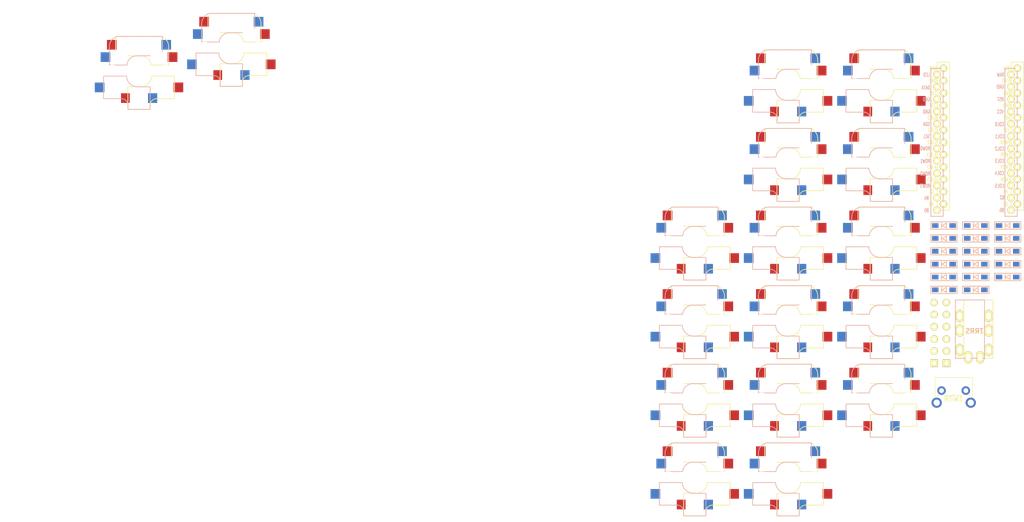
<source format=kicad_pcb>
(kicad_pcb (version 20241229) (generator "pcbnew") (generator_version "9.0")
  (layers (0 "F.Cu" signal) (2 "B.Cu" signal) (13 "F.Paste" user) (15 "B.Paste" user) (5 "F.SilkS" user "F.Silkscreen") (7 "B.SilkS" user "B.Silkscreen") (1 "F.Mask" user) (3 "B.Mask" user) (25 "Edge.Cuts" user))
  (net 0 "")
  (net 1 "Net-(D1-A)")
  (net 2 "row0")
  (net 3 "Net-(D2-A)")
  (net 4 "Net-(D3-A)")
  (net 5 "Net-(D4-A)")
  (net 6 "row1")
  (net 7 "Net-(D5-A)")
  (net 8 "Net-(D6-A)")
  (net 9 "Net-(D7-A)")
  (net 10 "Net-(D8-A)")
  (net 11 "Net-(D9-A)")
  (net 12 "row2")
  (net 13 "Net-(D10-A)")
  (net 14 "Net-(D11-A)")
  (net 15 "Net-(D12-A)")
  (net 16 "Net-(D13-A)")
  (net 17 "Net-(D14-A)")
  (net 18 "row3")
  (net 19 "Net-(D15-A)")
  (net 20 "row3*")
  (net 21 "Net-(D16-A)")
  (net 22 "Net-(D17-A)")
  (net 23 "LED")
  (net 24 "col3")
  (net 25 "col4")
  (net 26 "VCC")
  (net 27 "GND")
  (net 28 "col4*")
  (net 29 "LED*")
  (net 30 "col3*")
  (net 31 "reset")
  (net 32 "col1")
  (net 33 "col2")
  (net 34 "col0")
  (net 37 "data")
  (footprint "0-moko_Library:CherryMX_Choc_Hotswap" (layer "F.Cu") (at 200.25 45.522685)
    (property "Reference" "SW13")
    (property "Value" "SW_Push" (hide yes))
    (pad "" np_thru_hole circle (at -5.5 0 90) (size 1.9 1.9) (drill 1.9) (layers "*.Cu" "*.Mask"))
    (pad "" np_thru_hole circle (at -5.08 0) (size 1.7 1.7) (drill 1.7) (layers "*.Cu" "*.Mask"))
    (pad "" np_thru_hole circle (at -5 3.7 90) (size 3 3) (drill 3) (layers "*.Cu" "*.Mask"))
    (pad "" np_thru_hole circle (at -3.81 -2.54 180) (size 3 3) (drill 3) (layers "*.Cu" "*.Mask"))
    (pad "" np_thru_hole circle (at -2.54 -5.08 180) (size 3 3) (drill 3) (layers "*.Cu" "*.Mask"))
    (pad "" np_thru_hole circle (at 0 0 90) (size 4 4) (drill 4) (layers "*.Cu" "*.Mask"))
    (pad "" np_thru_hole circle (at 0 5.9 90) (size 3 3) (drill 3) (layers "*.Cu" "*.Mask"))
    (pad "" np_thru_hole circle (at 2.54 -5.08 180) (size 3 3) (drill 3) (layers "*.Cu" "*.Mask"))
    (pad "" np_thru_hole circle (at 3.81 -2.54 180) (size 3 3) (drill 3) (layers "*.Cu" "*.Mask"))
    (pad "" np_thru_hole circle (at 5 3.7 270) (size 3 3) (drill 3) (layers "*.Cu" "*.Mask"))
    (pad "" np_thru_hole circle (at 5.08 0) (size 1.7 1.7) (drill 1.7) (layers "*.Cu" "*.Mask"))
    (pad "" np_thru_hole circle (at 5.5 0 90) (size 1.9 1.9) (drill 1.9) (layers "*.Cu" "*.Mask"))
    (pad "1" smd rect (at -8.1 3.7 180) (size 2 2) (layers "B.Cu" "B.Mask" "B.Paste") (net 24 "col3"))
    (pad "1" smd rect (at -6.9 -2.54 180) (size 2 2) (layers "B.Cu" "B.Mask" "B.Paste") (net 24 "col3"))
    (pad "1" smd rect (at -5.6 -5.08 180) (size 2 2) (layers "F.Cu" "F.Mask" "F.Paste") (net 24 "col3"))
    (pad "1" smd rect (at 8.1 3.7 180) (size 2 2) (layers "F.Cu" "F.Mask" "F.Paste") (net 24 "col3"))
    (pad "2" smd rect (at -2.8 5.9 180) (size 1.8 2) (layers "F.Cu" "F.Mask" "F.Paste") (net 16 "Net-(D13-A)"))
    (pad "2" smd rect (at 2.8 5.9 180) (size 1.9 2) (layers "B.Cu" "B.Mask" "B.Paste") (net 16 "Net-(D13-A)"))
    (pad "2" smd rect (at 5.6 -5.08 180) (size 2 2) (layers "B.Cu" "B.Mask" "B.Paste") (net 16 "Net-(D13-A)"))
    (pad "2" smd rect (at 6.9 -2.54 180) (size 2 2) (layers "F.Cu" "F.Mask" "F.Paste") (net 16 "Net-(D13-A)"))
  )
  (footprint "0-moko_Library:CherryMX_Choc_Hotswap" (layer "F.Cu") (at 181.05 110.273425)
    (property "Reference" "SW11")
    (property "Value" "SW_Push" (hide yes))
    (pad "" np_thru_hole circle (at -5.5 0 90) (size 1.9 1.9) (drill 1.9) (layers "*.Cu" "*.Mask"))
    (pad "" np_thru_hole circle (at -5.08 0) (size 1.7 1.7) (drill 1.7) (layers "*.Cu" "*.Mask"))
    (pad "" np_thru_hole circle (at -5 3.7 90) (size 3 3) (drill 3) (layers "*.Cu" "*.Mask"))
    (pad "" np_thru_hole circle (at -3.81 -2.54 180) (size 3 3) (drill 3) (layers "*.Cu" "*.Mask"))
    (pad "" np_thru_hole circle (at -2.54 -5.08 180) (size 3 3) (drill 3) (layers "*.Cu" "*.Mask"))
    (pad "" np_thru_hole circle (at 0 0 90) (size 4 4) (drill 4) (layers "*.Cu" "*.Mask"))
    (pad "" np_thru_hole circle (at 0 5.9 90) (size 3 3) (drill 3) (layers "*.Cu" "*.Mask"))
    (pad "" np_thru_hole circle (at 2.54 -5.08 180) (size 3 3) (drill 3) (layers "*.Cu" "*.Mask"))
    (pad "" np_thru_hole circle (at 3.81 -2.54 180) (size 3 3) (drill 3) (layers "*.Cu" "*.Mask"))
    (pad "" np_thru_hole circle (at 5 3.7 270) (size 3 3) (drill 3) (layers "*.Cu" "*.Mask"))
    (pad "" np_thru_hole circle (at 5.08 0) (size 1.7 1.7) (drill 1.7) (layers "*.Cu" "*.Mask"))
    (pad "" np_thru_hole circle (at 5.5 0 90) (size 1.9 1.9) (drill 1.9) (layers "*.Cu" "*.Mask"))
    (pad "1" smd rect (at -8.1 3.7 180) (size 2 2) (layers "B.Cu" "B.Mask" "B.Paste") (net 32 "col1"))
    (pad "1" smd rect (at -6.9 -2.54 180) (size 2 2) (layers "B.Cu" "B.Mask" "B.Paste") (net 32 "col1"))
    (pad "1" smd rect (at -5.6 -5.08 180) (size 2 2) (layers "F.Cu" "F.Mask" "F.Paste") (net 32 "col1"))
    (pad "1" smd rect (at 8.1 3.7 180) (size 2 2) (layers "F.Cu" "F.Mask" "F.Paste") (net 32 "col1"))
    (pad "2" smd rect (at -2.8 5.9 180) (size 1.8 2) (layers "F.Cu" "F.Mask" "F.Paste") (net 14 "Net-(D11-A)"))
    (pad "2" smd rect (at 2.8 5.9 180) (size 1.9 2) (layers "B.Cu" "B.Mask" "B.Paste") (net 14 "Net-(D11-A)"))
    (pad "2" smd rect (at 5.6 -5.08 180) (size 2 2) (layers "B.Cu" "B.Mask" "B.Paste") (net 14 "Net-(D11-A)"))
    (pad "2" smd rect (at 6.9 -2.54 180) (size 2 2) (layers "F.Cu" "F.Mask" "F.Paste") (net 14 "Net-(D11-A)"))
  )
  (footprint "0-moko_Library:MJ-4PP-9_rev_2" (layer "F.Cu") (at 220.215 90.225)
    (property "Reference" "J2")
    (property "Value" "AudioJack4" (hide yes))
    (fp_text user "TRRS" (at -0.75 6.45 0) (layer "F.SilkS"))
    (fp_text user "TRRS" (at -0.8255 6.4135 0) (layer "B.SilkS") (effects (justify mirror)))
    (pad "" np_thru_hole circle (at -1.75 1.5) (size 1.2 1.2) (drill 1.2) (layers "*.Cu" "*.Mask" "F.SilkS"))
    (pad "" np_thru_hole circle (at -1.75 8.5) (size 1.2 1.2) (drill 1.2) (layers "*.Cu" "*.Mask" "F.SilkS"))
    (pad "" np_thru_hole circle (at 0 1.5) (size 1.2 1.2) (drill 1.2) (layers "*.Cu" "*.Mask" "F.SilkS"))
    (pad "" np_thru_hole circle (at 0 8.5) (size 1.2 1.2) (drill 1.2) (layers "*.Cu" "*.Mask" "F.SilkS"))
    (pad "R1" thru_hole oval (at -3.85 6.3) (size 1.7 2.5) (drill oval 1 1.5) (layers "*.Cu" "*.Mask" "F.SilkS") (net 23 "LED"))
    (pad "R1" thru_hole oval (at 2.1 6.3) (size 1.7 2.5) (drill oval 1 1.5) (layers "*.Cu" "*.Mask" "F.SilkS") (net 23 "LED"))
    (pad "R2" thru_hole oval (at -3.85 3.3) (size 1.7 2.5) (drill oval 1 1.5) (layers "*.Cu" "*.Mask" "F.SilkS") (net 37 "data"))
    (pad "R2" thru_hole oval (at 2.1 3.3) (size 1.7 2.5) (drill oval 1 1.5) (layers "*.Cu" "*.Mask" "F.SilkS") (net 37 "data"))
    (pad "S" thru_hole oval (at -2.1 11.8) (size 1.7 2.5) (drill oval 1 1.5) (layers "*.Cu" "*.Mask" "F.SilkS") (net 27 "GND") (clearance 0.15))
    (pad "S" thru_hole oval (at 0.35 11.8) (size 1.7 2.5) (drill oval 1 1.5) (layers "*.Cu" "*.Mask" "F.SilkS") (net 27 "GND") (clearance 0.15))
    (pad "T" thru_hole oval (at -3.85 10.3) (size 1.7 2.5) (drill oval 1 1.5) (layers "*.Cu" "*.Mask" "F.SilkS") (net 26 "VCC") (clearance 0.15))
    (pad "T" thru_hole oval (at 2.1 10.3) (size 1.7 2.5) (drill oval 1 1.5) (layers "*.Cu" "*.Mask" "F.SilkS") (net 26 "VCC") (clearance 0.15))
  )
  (footprint "0-moko_Library:D3_SMD_rev" (layer "F.Cu") (at 219.675 74.9)
    (property "Reference" "D7")
    (property "Value" "D" (hide yes))
    (pad "1" smd rect (at -1.775 0) (size 1.3 0.95) (layers "F.Cu" "F.Mask" "F.Paste") (net 6 "row1"))
    (pad "1" smd rect (at -1.775 0) (size 1.3 0.95) (layers "B.Cu" "B.Mask" "B.Paste") (net 6 "row1"))
    (pad "2" smd rect (at 1.775 0) (size 1.3 0.95) (layers "F.Cu" "F.Mask" "F.Paste") (net 9 "Net-(D7-A)"))
    (pad "2" smd rect (at 1.775 0) (size 1.3 0.95) (layers "B.Cu" "B.Mask" "B.Paste") (net 9 "Net-(D7-A)"))
  )
  (footprint "0-moko_Library:D3_SMD_rev" (layer "F.Cu") (at 213.125 82.85)
    (property "Reference" "D4")
    (property "Value" "D" (hide yes))
    (pad "1" smd rect (at -1.775 0) (size 1.3 0.95) (layers "F.Cu" "F.Mask" "F.Paste") (net 2 "row0"))
    (pad "1" smd rect (at -1.775 0) (size 1.3 0.95) (layers "B.Cu" "B.Mask" "B.Paste") (net 2 "row0"))
    (pad "2" smd rect (at 1.775 0) (size 1.3 0.95) (layers "F.Cu" "F.Mask" "F.Paste") (net 5 "Net-(D4-A)"))
    (pad "2" smd rect (at 1.775 0) (size 1.3 0.95) (layers "B.Cu" "B.Mask" "B.Paste") (net 5 "Net-(D4-A)"))
  )
  (footprint "0-moko_Library:D3_SMD_rev" (layer "F.Cu") (at 226.225 82.85)
    (property "Reference" "D16")
    (property "Value" "D" (hide yes))
    (pad "1" smd rect (at -1.775 0) (size 1.3 0.95) (layers "F.Cu" "F.Mask" "F.Paste") (net 20 "row3*"))
    (pad "1" smd rect (at -1.775 0) (size 1.3 0.95) (layers "B.Cu" "B.Mask" "B.Paste") (net 20 "row3*"))
    (pad "2" smd rect (at 1.775 0) (size 1.3 0.95) (layers "F.Cu" "F.Mask" "F.Paste") (net 21 "Net-(D16-A)"))
    (pad "2" smd rect (at 1.775 0) (size 1.3 0.95) (layers "B.Cu" "B.Mask" "B.Paste") (net 21 "Net-(D16-A)"))
  )
  (footprint "0-moko_Library:CherryMX_Choc_Hotswap" (layer "F.Cu") (at 200.25 94.08574)
    (property "Reference" "SW16")
    (property "Value" "SW_Push" (hide yes))
    (pad "" np_thru_hole circle (at -5.5 0 90) (size 1.9 1.9) (drill 1.9) (layers "*.Cu" "*.Mask"))
    (pad "" np_thru_hole circle (at -5.08 0) (size 1.7 1.7) (drill 1.7) (layers "*.Cu" "*.Mask"))
    (pad "" np_thru_hole circle (at -5 3.7 90) (size 3 3) (drill 3) (layers "*.Cu" "*.Mask"))
    (pad "" np_thru_hole circle (at -3.81 -2.54 180) (size 3 3) (drill 3) (layers "*.Cu" "*.Mask"))
    (pad "" np_thru_hole circle (at -2.54 -5.08 180) (size 3 3) (drill 3) (layers "*.Cu" "*.Mask"))
    (pad "" np_thru_hole circle (at 0 0 90) (size 4 4) (drill 4) (layers "*.Cu" "*.Mask"))
    (pad "" np_thru_hole circle (at 0 5.9 90) (size 3 3) (drill 3) (layers "*.Cu" "*.Mask"))
    (pad "" np_thru_hole circle (at 2.54 -5.08 180) (size 3 3) (drill 3) (layers "*.Cu" "*.Mask"))
    (pad "" np_thru_hole circle (at 3.81 -2.54 180) (size 3 3) (drill 3) (layers "*.Cu" "*.Mask"))
    (pad "" np_thru_hole circle (at 5 3.7 270) (size 3 3) (drill 3) (layers "*.Cu" "*.Mask"))
    (pad "" np_thru_hole circle (at 5.08 0) (size 1.7 1.7) (drill 1.7) (layers "*.Cu" "*.Mask"))
    (pad "" np_thru_hole circle (at 5.5 0 90) (size 1.9 1.9) (drill 1.9) (layers "*.Cu" "*.Mask"))
    (pad "1" smd rect (at -8.1 3.7 180) (size 2 2) (layers "B.Cu" "B.Mask" "B.Paste") (net 30 "col3*"))
    (pad "1" smd rect (at -6.9 -2.54 180) (size 2 2) (layers "B.Cu" "B.Mask" "B.Paste") (net 30 "col3*"))
    (pad "1" smd rect (at -5.6 -5.08 180) (size 2 2) (layers "F.Cu" "F.Mask" "F.Paste") (net 30 "col3*"))
    (pad "1" smd rect (at 8.1 3.7 180) (size 2 2) (layers "F.Cu" "F.Mask" "F.Paste") (net 30 "col3*"))
    (pad "2" smd rect (at -2.8 5.9 180) (size 1.8 2) (layers "F.Cu" "F.Mask" "F.Paste") (net 21 "Net-(D16-A)"))
    (pad "2" smd rect (at 2.8 5.9 180) (size 1.9 2) (layers "B.Cu" "B.Mask" "B.Paste") (net 21 "Net-(D16-A)"))
    (pad "2" smd rect (at 5.6 -5.08 180) (size 2 2) (layers "B.Cu" "B.Mask" "B.Paste") (net 21 "Net-(D16-A)"))
    (pad "2" smd rect (at 6.9 -2.54 180) (size 2 2) (layers "F.Cu" "F.Mask" "F.Paste") (net 21 "Net-(D16-A)"))
  )
  (footprint "0-moko_Library:D3_SMD_rev" (layer "F.Cu") (at 219.675 85.5)
    (property "Reference" "D11")
    (property "Value" "D" (hide yes))
    (pad "1" smd rect (at -1.775 0) (size 1.3 0.95) (layers "F.Cu" "F.Mask" "F.Paste") (net 12 "row2"))
    (pad "1" smd rect (at -1.775 0) (size 1.3 0.95) (layers "B.Cu" "B.Mask" "B.Paste") (net 12 "row2"))
    (pad "2" smd rect (at 1.775 0) (size 1.3 0.95) (layers "F.Cu" "F.Mask" "F.Paste") (net 14 "Net-(D11-A)"))
    (pad "2" smd rect (at 1.775 0) (size 1.3 0.95) (layers "B.Cu" "B.Mask" "B.Paste") (net 14 "Net-(D11-A)"))
  )
  (footprint "0-moko_Library:ResetSW_Anled_MJP1117" (layer "F.Cu") (at 212.625 108.895)
    (property "Reference" "RSW1" (at 2.5 1.68 0) (layer "F.SilkS"))
    (property "Value" "SW_Push")
    (pad "" thru_hole circle (at -1 2.49) (size 2.1 2.1) (drill 1.3) (layers "*.Cu" "*.Mask"))
    (pad "" np_thru_hole circle (at 2.5 -1.21) (size 1.2 1.2) (drill 1.2) (layers "*.Cu" "*.Mask"))
    (pad "" thru_hole circle (at 6.01 2.49) (size 2.1 2.1) (drill 1.3) (layers "*.Cu" "*.Mask"))
    (pad "1" thru_hole circle (at 0 0) (size 1.75 1.75) (drill 0.99) (layers "*.Cu" "*.Mask") (net 31 "reset"))
    (pad "2" thru_hole circle (at 5 0) (size 1.75 1.75) (drill 0.99) (layers "*.Cu" "*.Mask") (net 27 "GND"))
  )
  (footprint "0-moko_Library:ProMicro_v2" (layer "F.Cu") (at 220.585 56.998)
    (property "Reference" "U1" (hide yes))
    (property "Value" "ProMicro" (hide yes))
    (fp_text user "ROW2" (at 5.2 5.85 0) (layer "F.SilkS") (effects (font (size 0.75 0.5) (thickness 0.125))))
    (fp_text user "COL0" (at -9.9 -4.3 0) (layer "F.SilkS") (effects (font (size 0.75 0.5) (thickness 0.125))))
    (fp_text user "ROW0" (at 5.2 0.8 0) (layer "F.SilkS") (effects (font (size 0.75 0.5) (thickness 0.125))))
    (fp_text user "COL3" (at -10 3.35 0) (layer "F.SilkS") (effects (font (size 0.75 0.5) (thickness 0.125))))
    (fp_text user "SCL" (at 5.461 -1.778 0) (layer "F.SilkS") (effects (font (size 0.75 0.5) (thickness 0.125))))
    (fp_text user "RAW" (at -9.7155 -14.478 0) (layer "F.SilkS") (effects (font (size 0.75 0.5) (thickness 0.125))))
    (fp_text user "DATA" (at 5.35 -11.95 0) (layer "F.SilkS") (effects (font (size 0.75 0.5) (thickness 0.125))))
    (fp_text user "LED" (at 5.5 -14.478 0) (layer "F.SilkS") (effects (font (size 0.75 0.5) (thickness 0.125))))
    (fp_text user "COL4" (at -9.95 5.85 0) (layer "F.SilkS") (effects (font (size 0.75 0.5) (thickness 0.125))))
    (fp_text user "ROW3" (at 5.2 8.4455 0) (layer "F.SilkS") (effects (font (size 0.75 0.5) (thickness 0.125))))
    (fp_text user "COL2" (at -9.9 0.762 0) (layer "F.SilkS") (effects (font (size 0.75 0.5) (thickness 0.125))))
    (fp_text user "COL1" (at -9.85 -1.778 0) (layer "F.SilkS") (effects (font (size 0.75 0.5) (thickness 0.125))))
    (fp_text user "" (at -0.5 -17.25 0) (layer "F.SilkS"))
    (fp_text user "B2" (at -9.95 10.95 0) (layer "F.SilkS") (effects (font (size 0.75 0.5) (thickness 0.125))))
    (fp_text user "COL5" (at -9.95 8.4455 0) (layer "F.SilkS") (effects (font (size 0.75 0.5) (thickness 0.125))))
    (fp_text user "SDA" (at 5.461 -4.318 0) (layer "F.SilkS") (effects (font (size 0.75 0.5) (thickness 0.125))))
    (fp_text user "B5" (at 5.2 13.5255 0) (layer "F.SilkS") (effects (font (size 0.75 0.5) (thickness 0.125))))
    (fp_text user "GND" (at 5.5245 -9.3345 0) (layer "F.SilkS") (effects (font (size 0.75 0.5) (thickness 0.125))))
    (fp_text user "RST" (at -9.7155 -9.3345 0) (layer "F.SilkS") (effects (font (size 0.75 0.5) (thickness 0.125))))
    (fp_text user "B6" (at -10.05 13.5 0) (layer "F.SilkS") (effects (font (size 0.75 0.5) (thickness 0.125))))
    (fp_text user "ROW1" (at 5.25 3.302 0) (layer "F.SilkS") (effects (font (size 0.75 0.5) (thickness 0.125))))
    (fp_text user "B4" (at 5.2 10.922 0) (layer "F.SilkS") (effects (font (size 0.75 0.5) (thickness 0.125))))
    (fp_text user "GND" (at -9.7155 -11.938 0) (layer "F.SilkS") (effects (font (size 0.75 0.5) (thickness 0.125))))
    (fp_text user "VCC" (at -9.7155 -6.858 0) (layer "F.SilkS") (effects (font (size 0.75 0.5) (thickness 0.125))))
    (fp_text user "GND" (at 5.461 -6.7945 0) (layer "F.SilkS") (effects (font (size 0.75 0.5) (thickness 0.125))))
    (fp_text user "RST" (at 4.191 -8.0645 0) (layer "B.SilkS") (effects (font (size 0.75 0.5) (thickness 0.125)) (justify mirror)))
    (fp_text user "" (at -1.2065 -16.256 0) (layer "B.SilkS") (effects (justify mirror)))
    (fp_text user "LED" (at -11.049 -13.1445 0) (layer "B.SilkS") (effects (font (size 0.75 0.5) (thickness 0.125)) (justify mirror)))
    (fp_text user "B2" (at 4.5085 12.1285 0) (layer "B.SilkS") (effects (font (size 0.75 0.5) (thickness 0.125)) (justify mirror)))
    (fp_text user "COL0" (at 4 -2.95 0) (layer "B.SilkS") (effects (font (size 0.75 0.5) (thickness 0.125)) (justify mirror)))
    (fp_text user "ROW2" (at -11.3 7.239 0) (layer "B.SilkS") (effects (font (size 0.75 0.5) (thickness 0.125)) (justify mirror)))
    (fp_text user "GND" (at -11.049 -8.0645 0) (layer "B.SilkS") (effects (font (size 0.75 0.5) (thickness 0.125)) (justify mirror)))
    (fp_text user "GND" (at -11.049 -5.5245 0) (layer "B.SilkS") (effects (font (size 0.75 0.5) (thickness 0.125)) (justify mirror)))
    (fp_text user "B5" (at -11.049 14.7955 0) (layer "B.SilkS") (effects (font (size 0.75 0.5) (thickness 0.125)) (justify mirror)))
    (fp_text user "RAW" (at 4.191 -13.1445 0) (layer "B.SilkS") (effects (font (size 0.75 0.5) (thickness 0.125)) (justify mirror)))
    (fp_text user "B6" (at 4.445 14.732 0) (layer "B.SilkS") (effects (font (size 0.75 0.5) (thickness 0.125)) (justify mirror)))
    (fp_text user "ROW3" (at -11.3 9.75 0) (layer "B.SilkS") (effects (font (size 0.75 0.5) (thickness 0.125)) (justify mirror)))
    (fp_text user "GND" (at 4.1275 -10.668 0) (layer "B.SilkS") (effects (font (size 0.75 0.5) (thickness 0.125)) (justify mirror)))
    (fp_text user "ROW0" (at -11.3 2.032 0) (layer "B.SilkS") (effects (font (size 0.75 0.5) (thickness 0.125)) (justify mirror)))
    (fp_text user "DATA" (at -11.2 -10.5 0) (layer "B.SilkS") (effects (font (size 0.75 0.5) (thickness 0.125)) (justify mirror)))
    (fp_text user "VCC" (at 4.1275 -5.5245 0) (layer "B.SilkS") (effects (font (size 0.75 0.5) (thickness 0.125)) (justify mirror)))
    (fp_text user "COL3" (at 4 4.6 0) (layer "B.SilkS") (effects (font (size 0.75 0.5) (thickness 0.125)) (justify mirror)))
    (fp_text user "COL1" (at 4 -0.4445 0) (layer "B.SilkS") (effects (font (size 0.75 0.5) (thickness 0.125)) (justify mirror)))
    (fp_text user "COL2" (at 4 2.1 0) (layer "B.SilkS") (effects (font (size 0.75 0.5) (thickness 0.125)) (justify mirror)))
    (fp_text user "ROW1" (at -11.3 4.6355 0) (layer "B.SilkS") (effects (font (size 0.75 0.5) (thickness 0.125)) (justify mirror)))
    (fp_text user "COL4" (at 3.95 7.112 0) (layer "B.SilkS") (effects (font (size 0.75 0.5) (thickness 0.125)) (justify mirror)))
    (fp_text user "SCL" (at -11.049 -0.4445 0) (layer "B.SilkS") (effects (font (size 0.75 0.5) (thickness 0.125)) (justify mirror)))
    (fp_text user "SDA" (at -11.049 -2.9845 0) (layer "B.SilkS") (effects (font (size 0.75 0.5) (thickness 0.125)) (justify mirror)))
    (fp_text user "B4" (at -11.049 12.2555 0) (layer "B.SilkS") (effects (font (size 0.75 0.5) (thickness 0.125)) (justify mirror)))
    (fp_text user "COL5" (at 4 9.75 0) (layer "B.SilkS") (effects (font (size 0.75 0.5) (thickness 0.125)) (justify mirror)))
    (pad "1" thru_hole circle (at -8.89 -13.208) (size 1.524 1.524) (drill 0.8128) (layers "*.Cu" "*.Mask" "F.SilkS") (net 23 "LED"))
    (pad "1" thru_hole circle (at 7.6564 -14.478) (size 1.524 1.524) (drill 0.8128) (layers "*.Cu" "*.Mask" "F.SilkS") (net 23 "LED"))
    (pad "2" thru_hole circle (at -8.89 -10.668) (size 1.524 1.524) (drill 0.8128) (layers "*.Cu" "*.Mask" "F.SilkS") (net 37 "data"))
    (pad "2" thru_hole circle (at 7.6564 -11.938) (size 1.524 1.524) (drill 0.8128) (layers "*.Cu" "*.Mask" "F.SilkS") (net 37 "data"))
    (pad "3" thru_hole circle (at -8.89 -8.128) (size 1.524 1.524) (drill 0.8128) (layers "*.Cu" "*.Mask" "F.SilkS") (net 27 "GND"))
    (pad "3" thru_hole circle (at 7.6564 -9.398) (size 1.524 1.524) (drill 0.8128) (layers "*.Cu" "*.Mask" "F.SilkS") (net 27 "GND"))
    (pad "4" thru_hole circle (at -8.89 -5.588) (size 1.524 1.524) (drill 0.8128) (layers "*.Cu" "*.Mask" "F.SilkS") (net 27 "GND"))
    (pad "4" thru_hole circle (at 7.6564 -6.858) (size 1.524 1.524) (drill 0.8128) (layers "*.Cu" "*.Mask" "F.SilkS") (net 27 "GND"))
    (pad "5" thru_hole circle (at -8.89 -3.048) (size 1.524 1.524) (drill 0.8128) (layers "*.Cu" "*.Mask" "F.SilkS"))
    (pad "5" thru_hole circle (at 7.6564 -4.318) (size 1.524 1.524) (drill 0.8128) (layers "*.Cu" "*.Mask" "F.SilkS"))
    (pad "6" thru_hole circle (at -8.89 -0.508) (size 1.524 1.524) (drill 0.8128) (layers "*.Cu" "*.Mask" "F.SilkS"))
    (pad "6" thru_hole circle (at 7.6564 -1.778) (size 1.524 1.524) (drill 0.8128) (layers "*.Cu" "*.Mask" "F.SilkS"))
    (pad "7" thru_hole circle (at -8.89 2.032) (size 1.524 1.524) (drill 0.8128) (layers "*.Cu" "*.Mask" "F.SilkS"))
    (pad "7" thru_hole circle (at 7.6564 0.762) (size 1.524 1.524) (drill 0.8128) (layers "*.Cu" "*.Mask" "F.SilkS"))
    (pad "8" thru_hole circle (at -8.89 4.572) (size 1.524 1.524) (drill 0.8128) (layers "*.Cu" "*.Mask" "F.SilkS"))
    (pad "8" thru_hole circle (at 7.6564 3.302) (size 1.524 1.524) (drill 0.8128) (layers "*.Cu" "*.Mask" "F.SilkS"))
    (pad "9" thru_hole circle (at -8.89 7.112) (size 1.524 1.524) (drill 0.8128) (layers "*.Cu" "*.Mask" "F.SilkS") (net 18 "row3"))
    (pad "9" thru_hole circle (at 7.6564 5.842) (size 1.524 1.524) (drill 0.8128) (layers "*.Cu" "*.Mask" "F.SilkS") (net 18 "row3"))
    (pad "10" thru_hole circle (at -8.89 9.652) (size 1.524 1.524) (drill 0.8128) (layers "*.Cu" "*.Mask" "F.SilkS") (net 12 "row2"))
    (pad "10" thru_hole circle (at 7.6564 8.382) (size 1.524 1.524) (drill 0.8128) (layers "*.Cu" "*.Mask" "F.SilkS") (net 12 "row2"))
    (pad "11" thru_hole circle (at -8.89 12.192) (size 1.524 1.524) (drill 0.8128) (layers "*.Cu" "*.Mask" "F.SilkS") (net 6 "row1"))
    (pad "11" thru_hole circle (at 7.6564 10.922) (size 1.524 1.524) (drill 0.8128) (layers "*.Cu" "*.Mask" "F.SilkS") (net 6 "row1"))
    (pad "12" thru_hole circle (at -8.89 14.732) (size 1.524 1.524) (drill 0.8128) (layers "*.Cu" "*.Mask" "F.SilkS") (net 2 "row0"))
    (pad "12" thru_hole circle (at 7.6564 13.462) (size 1.524 1.524) (drill 0.8128) (layers "*.Cu" "*.Mask" "F.SilkS") (net 2 "row0"))
    (pad "13" thru_hole circle (at -7.5636 13.462) (size 1.524 1.524) (drill 0.8128) (layers "*.Cu" "*.Mask" "F.SilkS") (net 34 "col0"))
    (pad "13" thru_hole circle (at 6.35 14.732) (size 1.524 1.524) (drill 0.8128) (layers "*.Cu" "*.Mask" "F.SilkS") (net 34 "col0"))
    (pad "14" thru_hole circle (at -7.5636 10.922) (size 1.524 1.524) (drill 0.8128) (layers "*.Cu" "*.Mask" "F.SilkS") (net 32 "col1"))
    (pad "14" thru_hole circle (at 6.35 12.192) (size 1.524 1.524) (drill 0.8128) (layers "*.Cu" "*.Mask" "F.SilkS") (net 32 "col1"))
    (pad "15" thru_hole circle (at -7.5636 8.382) (size 1.524 1.524) (drill 0.8128) (layers "*.Cu" "*.Mask" "F.SilkS") (net 33 "col2"))
    (pad "15" thru_hole circle (at 6.35 9.652) (size 1.524 1.524) (drill 0.8128) (layers "*.Cu" "*.Mask" "F.SilkS") (net 33 "col2"))
    (pad "16" thru_hole circle (at -7.5636 5.842) (size 1.524 1.524) (drill 0.8128) (layers "*.Cu" "*.Mask" "F.SilkS") (net 24 "col3"))
    (pad "16" thru_hole circle (at 6.35 7.112) (size 1.524 1.524) (drill 0.8128) (layers "*.Cu" "*.Mask" "F.SilkS") (net 24 "col3"))
    (pad "17" thru_hole circle (at -7.5636 3.302) (size 1.524 1.524) (drill 0.8128) (layers "*.Cu" "*.Mask" "F.SilkS") (net 25 "col4"))
    (pad "17" thru_hole circle (at 6.35 4.572) (size 1.524 1.524) (drill 0.8128) (layers "*.Cu" "*.Mask" "F.SilkS") (net 25 "col4"))
    (pad "18" thru_hole circle (at -7.5636 0.762) (size 1.524 1.524) (drill 0.8128) (layers "*.Cu" "*.Mask" "F.SilkS"))
    (pad "18" thru_hole circle (at 6.35 2.032) (size 1.524 1.524) (drill 0.8128) (layers "*.Cu" "*.Mask" "F.SilkS"))
    (pad "19" thru_hole circle (at -7.5636 -1.778) (size 1.524 1.524) (drill 0.8128) (layers "*.Cu" "*.Mask" "F.SilkS"))
    (pad "19" thru_hole circle (at 6.35 -0.508) (size 1.524 1.524) (drill 0.8128) (layers "*.Cu" "*.Mask" "F.SilkS"))
    (pad "20" thru_hole circle (at -7.5636 -4.318) (size 1.524 1.524) (drill 0.8128) (layers "*.Cu" "*.Mask" "F.SilkS"))
    (pad "20" thru_hole circle (at 6.35 -3.048) (size 1.524 1.524) (drill 0.8128) (layers "*.Cu" "*.Mask" "F.SilkS"))
    (pad "21" thru_hole circle (at -7.5636 -6.858) (size 1.524 1.524) (drill 0.8128) (layers "*.Cu" "*.Mask" "F.SilkS") (net 26 "VCC"))
    (pad "21" thru_hole circle (at 6.35 -5.588) (size 1.524 1.524) (drill 0.8128) (layers "*.Cu" "*.Mask" "F.SilkS") (net 26 "VCC"))
    (pad "22" thru_hole circle (at -7.5636 -9.398) (size 1.524 1.524) (drill 0.8128) (layers "*.Cu" "*.Mask" "F.SilkS") (net 31 "reset"))
    (pad "22" thru_hole circle (at 6.35 -8.128) (size 1.524 1.524) (drill 0.8128) (layers "*.Cu" "*.Mask" "F.SilkS") (net 31 "reset"))
    (pad "23" thru_hole circle (at -7.5636 -11.938) (size 1.524 1.524) (drill 0.8128) (layers "*.Cu" "*.Mask" "F.SilkS") (net 27 "GND"))
    (pad "23" thru_hole circle (at 6.35 -10.668) (size 1.524 1.524) (drill 0.8128) (layers "*.Cu" "*.Mask" "F.SilkS") (net 27 "GND"))
    (pad "24" thru_hole circle (at -7.5636 -14.478) (size 1.524 1.524) (drill 0.8128) (layers "*.Cu" "*.Mask" "F.SilkS"))
    (pad "24" thru_hole circle (at 6.35 -13.208) (size 1.524 1.524) (drill 0.8128) (layers "*.Cu" "*.Mask" "F.SilkS"))
  )
  (footprint "0-moko_Library:D3_SMD_rev" (layer "F.Cu") (at 219.675 77.55)
    (property "Reference" "D8")
    (property "Value" "D" (hide yes))
    (pad "1" smd rect (at -1.775 0) (size 1.3 0.95) (layers "F.Cu" "F.Mask" "F.Paste") (net 6 "row1"))
    (pad "1" smd rect (at -1.775 0) (size 1.3 0.95) (layers "B.Cu" "B.Mask" "B.Paste") (net 6 "row1"))
    (pad "2" smd rect (at 1.775 0) (size 1.3 0.95) (layers "F.Cu" "F.Mask" "F.Paste") (net 10 "Net-(D8-A)"))
    (pad "2" smd rect (at 1.775 0) (size 1.3 0.95) (layers "B.Cu" "B.Mask" "B.Paste") (net 10 "Net-(D8-A)"))
  )
  (footprint "0-moko_Library:CherryMX_Choc_Hotswap" (layer "F.Cu") (at 161.85 77.898055)
    (property "Reference" "SW3")
    (property "Value" "SW_Push" (hide yes))
    (pad "" np_thru_hole circle (at -5.5 0 90) (size 1.9 1.9) (drill 1.9) (layers "*.Cu" "*.Mask"))
    (pad "" np_thru_hole circle (at -5.08 0) (size 1.7 1.7) (drill 1.7) (layers "*.Cu" "*.Mask"))
    (pad "" np_thru_hole circle (at -5 3.7 90) (size 3 3) (drill 3) (layers "*.Cu" "*.Mask"))
    (pad "" np_thru_hole circle (at -3.81 -2.54 180) (size 3 3) (drill 3) (layers "*.Cu" "*.Mask"))
    (pad "" np_thru_hole circle (at -2.54 -5.08 180) (size 3 3) (drill 3) (layers "*.Cu" "*.Mask"))
    (pad "" np_thru_hole circle (at 0 0 90) (size 4 4) (drill 4) (layers "*.Cu" "*.Mask"))
    (pad "" np_thru_hole circle (at 0 5.9 90) (size 3 3) (drill 3) (layers "*.Cu" "*.Mask"))
    (pad "" np_thru_hole circle (at 2.54 -5.08 180) (size 3 3) (drill 3) (layers "*.Cu" "*.Mask"))
    (pad "" np_thru_hole circle (at 3.81 -2.54 180) (size 3 3) (drill 3) (layers "*.Cu" "*.Mask"))
    (pad "" np_thru_hole circle (at 5 3.7 270) (size 3 3) (drill 3) (layers "*.Cu" "*.Mask"))
    (pad "" np_thru_hole circle (at 5.08 0) (size 1.7 1.7) (drill 1.7) (layers "*.Cu" "*.Mask"))
    (pad "" np_thru_hole circle (at 5.5 0 90) (size 1.9 1.9) (drill 1.9) (layers "*.Cu" "*.Mask"))
    (pad "1" smd rect (at -8.1 3.7 180) (size 2 2) (layers "B.Cu" "B.Mask" "B.Paste") (net 24 "col3"))
    (pad "1" smd rect (at -6.9 -2.54 180) (size 2 2) (layers "B.Cu" "B.Mask" "B.Paste") (net 24 "col3"))
    (pad "1" smd rect (at -5.6 -5.08 180) (size 2 2) (layers "F.Cu" "F.Mask" "F.Paste") (net 24 "col3"))
    (pad "1" smd rect (at 8.1 3.7 180) (size 2 2) (layers "F.Cu" "F.Mask" "F.Paste") (net 24 "col3"))
    (pad "2" smd rect (at -2.8 5.9 180) (size 1.8 2) (layers "F.Cu" "F.Mask" "F.Paste") (net 4 "Net-(D3-A)"))
    (pad "2" smd rect (at 2.8 5.9 180) (size 1.9 2) (layers "B.Cu" "B.Mask" "B.Paste") (net 4 "Net-(D3-A)"))
    (pad "2" smd rect (at 5.6 -5.08 180) (size 2 2) (layers "B.Cu" "B.Mask" "B.Paste") (net 4 "Net-(D3-A)"))
    (pad "2" smd rect (at 6.9 -2.54 180) (size 2 2) (layers "F.Cu" "F.Mask" "F.Paste") (net 4 "Net-(D3-A)"))
  )
  (footprint "0-moko_Library:CherryMX_Choc_Hotswap" (layer "F.Cu") (at 161.85 126.46111)
    (property "Reference" "SW6")
    (property "Value" "SW_Push" (hide yes))
    (pad "" np_thru_hole circle (at -5.5 0 90) (size 1.9 1.9) (drill 1.9) (layers "*.Cu" "*.Mask"))
    (pad "" np_thru_hole circle (at -5.08 0) (size 1.7 1.7) (drill 1.7) (layers "*.Cu" "*.Mask"))
    (pad "" np_thru_hole circle (at -5 3.7 90) (size 3 3) (drill 3) (layers "*.Cu" "*.Mask"))
    (pad "" np_thru_hole circle (at -3.81 -2.54 180) (size 3 3) (drill 3) (layers "*.Cu" "*.Mask"))
    (pad "" np_thru_hole circle (at -2.54 -5.08 180) (size 3 3) (drill 3) (layers "*.Cu" "*.Mask"))
    (pad "" np_thru_hole circle (at 0 0 90) (size 4 4) (drill 4) (layers "*.Cu" "*.Mask"))
    (pad "" np_thru_hole circle (at 0 5.9 90) (size 3 3) (drill 3) (layers "*.Cu" "*.Mask"))
    (pad "" np_thru_hole circle (at 2.54 -5.08 180) (size 3 3) (drill 3) (layers "*.Cu" "*.Mask"))
    (pad "" np_thru_hole circle (at 3.81 -2.54 180) (size 3 3) (drill 3) (layers "*.Cu" "*.Mask"))
    (pad "" np_thru_hole circle (at 5 3.7 270) (size 3 3) (drill 3) (layers "*.Cu" "*.Mask"))
    (pad "" np_thru_hole circle (at 5.08 0) (size 1.7 1.7) (drill 1.7) (layers "*.Cu" "*.Mask"))
    (pad "" np_thru_hole circle (at 5.5 0 90) (size 1.9 1.9) (drill 1.9) (layers "*.Cu" "*.Mask"))
    (pad "1" smd rect (at -8.1 3.7 180) (size 2 2) (layers "B.Cu" "B.Mask" "B.Paste") (net 32 "col1"))
    (pad "1" smd rect (at -6.9 -2.54 180) (size 2 2) (layers "B.Cu" "B.Mask" "B.Paste") (net 32 "col1"))
    (pad "1" smd rect (at -5.6 -5.08 180) (size 2 2) (layers "F.Cu" "F.Mask" "F.Paste") (net 32 "col1"))
    (pad "1" smd rect (at 8.1 3.7 180) (size 2 2) (layers "F.Cu" "F.Mask" "F.Paste") (net 32 "col1"))
    (pad "2" smd rect (at -2.8 5.9 180) (size 1.8 2) (layers "F.Cu" "F.Mask" "F.Paste") (net 8 "Net-(D6-A)"))
    (pad "2" smd rect (at 2.8 5.9 180) (size 1.9 2) (layers "B.Cu" "B.Mask" "B.Paste") (net 8 "Net-(D6-A)"))
    (pad "2" smd rect (at 5.6 -5.08 180) (size 2 2) (layers "B.Cu" "B.Mask" "B.Paste") (net 8 "Net-(D6-A)"))
    (pad "2" smd rect (at 6.9 -2.54 180) (size 2 2) (layers "F.Cu" "F.Mask" "F.Paste") (net 8 "Net-(D6-A)"))
  )
  (footprint "0-moko_Library:D3_SMD_rev" (layer "F.Cu") (at 213.125 80.2)
    (property "Reference" "D3")
    (property "Value" "D" (hide yes))
    (pad "1" smd rect (at -1.775 0) (size 1.3 0.95) (layers "F.Cu" "F.Mask" "F.Paste") (net 2 "row0"))
    (pad "1" smd rect (at -1.775 0) (size 1.3 0.95) (layers "B.Cu" "B.Mask" "B.Paste") (net 2 "row0"))
    (pad "2" smd rect (at 1.775 0) (size 1.3 0.95) (layers "F.Cu" "F.Mask" "F.Paste") (net 4 "Net-(D3-A)"))
    (pad "2" smd rect (at 1.775 0) (size 1.3 0.95) (layers "B.Cu" "B.Mask" "B.Paste") (net 4 "Net-(D3-A)"))
  )
  (footprint "0-moko_Library:CherryMX_Choc_Hotswap" (layer "F.Cu") (at 200.25 77.898055)
    (property "Reference" "SW15")
    (property "Value" "SW_Push" (hide yes))
    (pad "" np_thru_hole circle (at -5.5 0 90) (size 1.9 1.9) (drill 1.9) (layers "*.Cu" "*.Mask"))
    (pad "" np_thru_hole circle (at -5.08 0) (size 1.7 1.7) (drill 1.7) (layers "*.Cu" "*.Mask"))
    (pad "" np_thru_hole circle (at -5 3.7 90) (size 3 3) (drill 3) (layers "*.Cu" "*.Mask"))
    (pad "" np_thru_hole circle (at -3.81 -2.54 180) (size 3 3) (drill 3) (layers "*.Cu" "*.Mask"))
    (pad "" np_thru_hole circle (at -2.54 -5.08 180) (size 3 3) (drill 3) (layers "*.Cu" "*.Mask"))
    (pad "" np_thru_hole circle (at 0 0 90) (size 4 4) (drill 4) (layers "*.Cu" "*.Mask"))
    (pad "" np_thru_hole circle (at 0 5.9 90) (size 3 3) (drill 3) (layers "*.Cu" "*.Mask"))
    (pad "" np_thru_hole circle (at 2.54 -5.08 180) (size 3 3) (drill 3) (layers "*.Cu" "*.Mask"))
    (pad "" np_thru_hole circle (at 3.81 -2.54 180) (size 3 3) (drill 3) (layers "*.Cu" "*.Mask"))
    (pad "" np_thru_hole circle (at 5 3.7 270) (size 3 3) (drill 3) (layers "*.Cu" "*.Mask"))
    (pad "" np_thru_hole circle (at 5.08 0) (size 1.7 1.7) (drill 1.7) (layers "*.Cu" "*.Mask"))
    (pad "" np_thru_hole circle (at 5.5 0 90) (size 1.9 1.9) (drill 1.9) (layers "*.Cu" "*.Mask"))
    (pad "1" smd rect (at -8.1 3.7 180) (size 2 2) (layers "B.Cu" "B.Mask" "B.Paste") (net 34 "col0"))
    (pad "1" smd rect (at -6.9 -2.54 180) (size 2 2) (layers "B.Cu" "B.Mask" "B.Paste") (net 34 "col0"))
    (pad "1" smd rect (at -5.6 -5.08 180) (size 2 2) (layers "F.Cu" "F.Mask" "F.Paste") (net 34 "col0"))
    (pad "1" smd rect (at 8.1 3.7 180) (size 2 2) (layers "F.Cu" "F.Mask" "F.Paste") (net 34 "col0"))
    (pad "2" smd rect (at -2.8 5.9 180) (size 1.8 2) (layers "F.Cu" "F.Mask" "F.Paste") (net 19 "Net-(D15-A)"))
    (pad "2" smd rect (at 2.8 5.9 180) (size 1.9 2) (layers "B.Cu" "B.Mask" "B.Paste") (net 19 "Net-(D15-A)"))
    (pad "2" smd rect (at 5.6 -5.08 180) (size 2 2) (layers "B.Cu" "B.Mask" "B.Paste") (net 19 "Net-(D15-A)"))
    (pad "2" smd rect (at 6.9 -2.54 180) (size 2 2) (layers "F.Cu" "F.Mask" "F.Paste") (net 19 "Net-(D15-A)"))
  )
  (footprint "0-moko_Library:CherryMX_Choc_Hotswap" (layer "F.Cu") (at 47.5 42.75)
    (property "Reference" "SW1")
    (property "Value" "SW_Push" (hide yes))
    (pad "" np_thru_hole circle (at -5.5 0 90) (size 1.9 1.9) (drill 1.9) (layers "*.Cu" "*.Mask"))
    (pad "" np_thru_hole circle (at -5.08 0) (size 1.7 1.7) (drill 1.7) (layers "*.Cu" "*.Mask"))
    (pad "" np_thru_hole circle (at -5 3.7 90) (size 3 3) (drill 3) (layers "*.Cu" "*.Mask"))
    (pad "" np_thru_hole circle (at -3.81 -2.54 180) (size 3 3) (drill 3) (layers "*.Cu" "*.Mask"))
    (pad "" np_thru_hole circle (at -2.54 -5.08 180) (size 3 3) (drill 3) (layers "*.Cu" "*.Mask"))
    (pad "" np_thru_hole circle (at 0 0 90) (size 4 4) (drill 4) (layers "*.Cu" "*.Mask"))
    (pad "" np_thru_hole circle (at 0 5.9 90) (size 3 3) (drill 3) (layers "*.Cu" "*.Mask"))
    (pad "" np_thru_hole circle (at 2.54 -5.08 180) (size 3 3) (drill 3) (layers "*.Cu" "*.Mask"))
    (pad "" np_thru_hole circle (at 3.81 -2.54 180) (size 3 3) (drill 3) (layers "*.Cu" "*.Mask"))
    (pad "" np_thru_hole circle (at 5 3.7 270) (size 3 3) (drill 3) (layers "*.Cu" "*.Mask"))
    (pad "" np_thru_hole circle (at 5.08 0) (size 1.7 1.7) (drill 1.7) (layers "*.Cu" "*.Mask"))
    (pad "" np_thru_hole circle (at 5.5 0 90) (size 1.9 1.9) (drill 1.9) (layers "*.Cu" "*.Mask"))
    (pad "1" smd rect (at -8.1 3.7 180) (size 2 2) (layers "B.Cu" "B.Mask" "B.Paste") (net 32 "col1"))
    (pad "1" smd rect (at -6.9 -2.54 180) (size 2 2) (layers "B.Cu" "B.Mask" "B.Paste") (net 32 "col1"))
    (pad "1" smd rect (at -5.6 -5.08 180) (size 2 2) (layers "F.Cu" "F.Mask" "F.Paste") (net 32 "col1"))
    (pad "1" smd rect (at 8.1 3.7 180) (size 2 2) (layers "F.Cu" "F.Mask" "F.Paste") (net 32 "col1"))
    (pad "2" smd rect (at -2.8 5.9 180) (size 1.8 2) (layers "F.Cu" "F.Mask" "F.Paste") (net 1 "Net-(D1-A)"))
    (pad "2" smd rect (at 2.8 5.9 180) (size 1.9 2) (layers "B.Cu" "B.Mask" "B.Paste") (net 1 "Net-(D1-A)"))
    (pad "2" smd rect (at 5.6 -5.08 180) (size 2 2) (layers "B.Cu" "B.Mask" "B.Paste") (net 1 "Net-(D1-A)"))
    (pad "2" smd rect (at 6.9 -2.54 180) (size 2 2) (layers "F.Cu" "F.Mask" "F.Paste") (net 1 "Net-(D1-A)"))
  )
  (footprint "0-moko_Library:D3_SMD_rev" (layer "F.Cu") (at 213.125 74.9)
    (property "Reference" "D1")
    (property "Value" "D" (hide yes))
    (pad "1" smd rect (at -1.775 0) (size 1.3 0.95) (layers "F.Cu" "F.Mask" "F.Paste") (net 2 "row0"))
    (pad "1" smd rect (at -1.775 0) (size 1.3 0.95) (layers "B.Cu" "B.Mask" "B.Paste") (net 2 "row0"))
    (pad "2" smd rect (at 1.775 0) (size 1.3 0.95) (layers "F.Cu" "F.Mask" "F.Paste") (net 1 "Net-(D1-A)"))
    (pad "2" smd rect (at 1.775 0) (size 1.3 0.95) (layers "B.Cu" "B.Mask" "B.Paste") (net 1 "Net-(D1-A)"))
  )
  (footprint "0-moko_Library:CherryMX_Choc_Hotswap" (layer "F.Cu") (at 200.25 61.71037)
    (property "Reference" "SW14")
    (property "Value" "SW_Push" (hide yes))
    (pad "" np_thru_hole circle (at -5.5 0 90) (size 1.9 1.9) (drill 1.9) (layers "*.Cu" "*.Mask"))
    (pad "" np_thru_hole circle (at -5.08 0) (size 1.7 1.7) (drill 1.7) (layers "*.Cu" "*.Mask"))
    (pad "" np_thru_hole circle (at -5 3.7 90) (size 3 3) (drill 3) (layers "*.Cu" "*.Mask"))
    (pad "" np_thru_hole circle (at -3.81 -2.54 180) (size 3 3) (drill 3) (layers "*.Cu" "*.Mask"))
    (pad "" np_thru_hole circle (at -2.54 -5.08 180) (size 3 3) (drill 3) (layers "*.Cu" "*.Mask"))
    (pad "" np_thru_hole circle (at 0 0 90) (size 4 4) (drill 4) (layers "*.Cu" "*.Mask"))
    (pad "" np_thru_hole circle (at 0 5.9 90) (size 3 3) (drill 3) (layers "*.Cu" "*.Mask"))
    (pad "" np_thru_hole circle (at 2.54 -5.08 180) (size 3 3) (drill 3) (layers "*.Cu" "*.Mask"))
    (pad "" np_thru_hole circle (at 3.81 -2.54 180) (size 3 3) (drill 3) (layers "*.Cu" "*.Mask"))
    (pad "" np_thru_hole circle (at 5 3.7 270) (size 3 3) (drill 3) (layers "*.Cu" "*.Mask"))
    (pad "" np_thru_hole circle (at 5.08 0) (size 1.7 1.7) (drill 1.7) (layers "*.Cu" "*.Mask"))
    (pad "" np_thru_hole circle (at 5.5 0 90) (size 1.9 1.9) (drill 1.9) (layers "*.Cu" "*.Mask"))
    (pad "1" smd rect (at -8.1 3.7 180) (size 2 2) (layers "B.Cu" "B.Mask" "B.Paste") (net 25 "col4"))
    (pad "1" smd rect (at -6.9 -2.54 180) (size 2 2) (layers "B.Cu" "B.Mask" "B.Paste") (net 25 "col4"))
    (pad "1" smd rect (at -5.6 -5.08 180) (size 2 2) (layers "F.Cu" "F.Mask" "F.Paste") (net 25 "col4"))
    (pad "1" smd rect (at 8.1 3.7 180) (size 2 2) (layers "F.Cu" "F.Mask" "F.Paste") (net 25 "col4"))
    (pad "2" smd rect (at -2.8 5.9 180) (size 1.8 2) (layers "F.Cu" "F.Mask" "F.Paste") (net 17 "Net-(D14-A)"))
    (pad "2" smd rect (at 2.8 5.9 180) (size 1.9 2) (layers "B.Cu" "B.Mask" "B.Paste") (net 17 "Net-(D14-A)"))
    (pad "2" smd rect (at 5.6 -5.08 180) (size 2 2) (layers "B.Cu" "B.Mask" "B.Paste") (net 17 "Net-(D14-A)"))
    (pad "2" smd rect (at 6.9 -2.54 180) (size 2 2) (layers "F.Cu" "F.Mask" "F.Paste") (net 17 "Net-(D14-A)"))
  )
  (footprint "0-moko_Library:D3_SMD_rev" (layer "F.Cu") (at 219.675 82.85)
    (property "Reference" "D10")
    (property "Value" "D" (hide yes))
    (pad "1" smd rect (at -1.775 0) (size 1.3 0.95) (layers "F.Cu" "F.Mask" "F.Paste") (net 12 "row2"))
    (pad "1" smd rect (at -1.775 0) (size 1.3 0.95) (layers "B.Cu" "B.Mask" "B.Paste") (net 12 "row2"))
    (pad "2" smd rect (at 1.775 0) (size 1.3 0.95) (layers "F.Cu" "F.Mask" "F.Paste") (net 13 "Net-(D10-A)"))
    (pad "2" smd rect (at 1.775 0) (size 1.3 0.95) (layers "B.Cu" "B.Mask" "B.Paste") (net 13 "Net-(D10-A)"))
  )
  (footprint "0-moko_Library:CherryMX_Choc_Hotswap" (layer "F.Cu") (at 161.85 94.08574)
    (property "Reference" "SW4")
    (property "Value" "SW_Push" (hide yes))
    (pad "" np_thru_hole circle (at -5.5 0 90) (size 1.9 1.9) (drill 1.9) (layers "*.Cu" "*.Mask"))
    (pad "" np_thru_hole circle (at -5.08 0) (size 1.7 1.7) (drill 1.7) (layers "*.Cu" "*.Mask"))
    (pad "" np_thru_hole circle (at -5 3.7 90) (size 3 3) (drill 3) (layers "*.Cu" "*.Mask"))
    (pad "" np_thru_hole circle (at -3.81 -2.54 180) (size 3 3) (drill 3) (layers "*.Cu" "*.Mask"))
    (pad "" np_thru_hole circle (at -2.54 -5.08 180) (size 3 3) (drill 3) (layers "*.Cu" "*.Mask"))
    (pad "" np_thru_hole circle (at 0 0 90) (size 4 4) (drill 4) (layers "*.Cu" "*.Mask"))
    (pad "" np_thru_hole circle (at 0 5.9 90) (size 3 3) (drill 3) (layers "*.Cu" "*.Mask"))
    (pad "" np_thru_hole circle (at 2.54 -5.08 180) (size 3 3) (drill 3) (layers "*.Cu" "*.Mask"))
    (pad "" np_thru_hole circle (at 3.81 -2.54 180) (size 3 3) (drill 3) (layers "*.Cu" "*.Mask"))
    (pad "" np_thru_hole circle (at 5 3.7 270) (size 3 3) (drill 3) (layers "*.Cu" "*.Mask"))
    (pad "" np_thru_hole circle (at 5.08 0) (size 1.7 1.7) (drill 1.7) (layers "*.Cu" "*.Mask"))
    (pad "" np_thru_hole circle (at 5.5 0 90) (size 1.9 1.9) (drill 1.9) (layers "*.Cu" "*.Mask"))
    (pad "1" smd rect (at -8.1 3.7 180) (size 2 2) (layers "B.Cu" "B.Mask" "B.Paste") (net 25 "col4"))
    (pad "1" smd rect (at -6.9 -2.54 180) (size 2 2) (layers "B.Cu" "B.Mask" "B.Paste") (net 25 "col4"))
    (pad "1" smd rect (at -5.6 -5.08 180) (size 2 2) (layers "F.Cu" "F.Mask" "F.Paste") (net 25 "col4"))
    (pad "1" smd rect (at 8.1 3.7 180) (size 2 2) (layers "F.Cu" "F.Mask" "F.Paste") (net 25 "col4"))
    (pad "2" smd rect (at -2.8 5.9 180) (size 1.8 2) (layers "F.Cu" "F.Mask" "F.Paste") (net 5 "Net-(D4-A)"))
    (pad "2" smd rect (at 2.8 5.9 180) (size 1.9 2) (layers "B.Cu" "B.Mask" "B.Paste") (net 5 "Net-(D4-A)"))
    (pad "2" smd rect (at 5.6 -5.08 180) (size 2 2) (layers "B.Cu" "B.Mask" "B.Paste") (net 5 "Net-(D4-A)"))
    (pad "2" smd rect (at 6.9 -2.54 180) (size 2 2) (layers "F.Cu" "F.Mask" "F.Paste") (net 5 "Net-(D4-A)"))
  )
  (footprint "0-moko_Library:CherryMX_Choc_Hotswap" (layer "F.Cu") (at 181.05 94.08574)
    (property "Reference" "SW10")
    (property "Value" "SW_Push" (hide yes))
    (pad "" np_thru_hole circle (at -5.5 0 90) (size 1.9 1.9) (drill 1.9) (layers "*.Cu" "*.Mask"))
    (pad "" np_thru_hole circle (at -5.08 0) (size 1.7 1.7) (drill 1.7) (layers "*.Cu" "*.Mask"))
    (pad "" np_thru_hole circle (at -5 3.7 90) (size 3 3) (drill 3) (layers "*.Cu" "*.Mask"))
    (pad "" np_thru_hole circle (at -3.81 -2.54 180) (size 3 3) (drill 3) (layers "*.Cu" "*.Mask"))
    (pad "" np_thru_hole circle (at -2.54 -5.08 180) (size 3 3) (drill 3) (layers "*.Cu" "*.Mask"))
    (pad "" np_thru_hole circle (at 0 0 90) (size 4 4) (drill 4) (layers "*.Cu" "*.Mask"))
    (pad "" np_thru_hole circle (at 0 5.9 90) (size 3 3) (drill 3) (layers "*.Cu" "*.Mask"))
    (pad "" np_thru_hole circle (at 2.54 -5.08 180) (size 3 3) (drill 3) (layers "*.Cu" "*.Mask"))
    (pad "" np_thru_hole circle (at 3.81 -2.54 180) (size 3 3) (drill 3) (layers "*.Cu" "*.Mask"))
    (pad "" np_thru_hole circle (at 5 3.7 270) (size 3 3) (drill 3) (layers "*.Cu" "*.Mask"))
    (pad "" np_thru_hole circle (at 5.08 0) (size 1.7 1.7) (drill 1.7) (layers "*.Cu" "*.Mask"))
    (pad "" np_thru_hole circle (at 5.5 0 90) (size 1.9 1.9) (drill 1.9) (layers "*.Cu" "*.Mask"))
    (pad "1" smd rect (at -8.1 3.7 180) (size 2 2) (layers "B.Cu" "B.Mask" "B.Paste") (net 34 "col0"))
    (pad "1" smd rect (at -6.9 -2.54 180) (size 2 2) (layers "B.Cu" "B.Mask" "B.Paste") (net 34 "col0"))
    (pad "1" smd rect (at -5.6 -5.08 180) (size 2 2) (layers "F.Cu" "F.Mask" "F.Paste") (net 34 "col0"))
    (pad "1" smd rect (at 8.1 3.7 180) (size 2 2) (layers "F.Cu" "F.Mask" "F.Paste") (net 34 "col0"))
    (pad "2" smd rect (at -2.8 5.9 180) (size 1.8 2) (layers "F.Cu" "F.Mask" "F.Paste") (net 13 "Net-(D10-A)"))
    (pad "2" smd rect (at 2.8 5.9 180) (size 1.9 2) (layers "B.Cu" "B.Mask" "B.Paste") (net 13 "Net-(D10-A)"))
    (pad "2" smd rect (at 5.6 -5.08 180) (size 2 2) (layers "B.Cu" "B.Mask" "B.Paste") (net 13 "Net-(D10-A)"))
    (pad "2" smd rect (at 6.9 -2.54 180) (size 2 2) (layers "F.Cu" "F.Mask" "F.Paste") (net 13 "Net-(D10-A)"))
  )
  (footprint "0-moko_Library:CherryMX_Choc_Hotswap" (layer "F.Cu") (at 200.25 110.273425)
    (property "Reference" "SW17")
    (property "Value" "SW_Push" (hide yes))
    (pad "" np_thru_hole circle (at -5.5 0 90) (size 1.9 1.9) (drill 1.9) (layers "*.Cu" "*.Mask"))
    (pad "" np_thru_hole circle (at -5.08 0) (size 1.7 1.7) (drill 1.7) (layers "*.Cu" "*.Mask"))
    (pad "" np_thru_hole circle (at -5 3.7 90) (size 3 3) (drill 3) (layers "*.Cu" "*.Mask"))
    (pad "" np_thru_hole circle (at -3.81 -2.54 180) (size 3 3) (drill 3) (layers "*.Cu" "*.Mask"))
    (pad "" np_thru_hole circle (at -2.54 -5.08 180) (size 3 3) (drill 3) (layers "*.Cu" "*.Mask"))
    (pad "" np_thru_hole circle (at 0 0 90) (size 4 4) (drill 4) (layers "*.Cu" "*.Mask"))
    (pad "" np_thru_hole circle (at 0 5.9 90) (size 3 3) (drill 3) (layers "*.Cu" "*.Mask"))
    (pad "" np_thru_hole circle (at 2.54 -5.08 180) (size 3 3) (drill 3) (layers "*.Cu" "*.Mask"))
    (pad "" np_thru_hole circle (at 3.81 -2.54 180) (size 3 3) (drill 3) (layers "*.Cu" "*.Mask"))
    (pad "" np_thru_hole circle (at 5 3.7 270) (size 3 3) (drill 3) (layers "*.Cu" "*.Mask"))
    (pad "" np_thru_hole circle (at 5.08 0) (size 1.7 1.7) (drill 1.7) (layers "*.Cu" "*.Mask"))
    (pad "" np_thru_hole circle (at 5.5 0 90) (size 1.9 1.9) (drill 1.9) (layers "*.Cu" "*.Mask"))
    (pad "1" smd rect (at -8.1 3.7 180) (size 2 2) (layers "B.Cu" "B.Mask" "B.Paste") (net 28 "col4*"))
    (pad "1" smd rect (at -6.9 -2.54 180) (size 2 2) (layers "B.Cu" "B.Mask" "B.Paste") (net 28 "col4*"))
    (pad "1" smd rect (at -5.6 -5.08 180) (size 2 2) (layers "F.Cu" "F.Mask" "F.Paste") (net 28 "col4*"))
    (pad "1" smd rect (at 8.1 3.7 180) (size 2 2) (layers "F.Cu" "F.Mask" "F.Paste") (net 28 "col4*"))
    (pad "2" smd rect (at -2.8 5.9 180) (size 1.8 2) (layers "F.Cu" "F.Mask" "F.Paste") (net 22 "Net-(D17-A)"))
    (pad "2" smd rect (at 2.8 5.9 180) (size 1.9 2) (layers "B.Cu" "B.Mask" "B.Paste") (net 22 "Net-(D17-A)"))
    (pad "2" smd rect (at 5.6 -5.08 180) (size 2 2) (layers "B.Cu" "B.Mask" "B.Paste") (net 22 "Net-(D17-A)"))
    (pad "2" smd rect (at 6.9 -2.54 180) (size 2 2) (layers "F.Cu" "F.Mask" "F.Paste") (net 22 "Net-(D17-A)"))
  )
  (footprint "0-moko_Library:D3_SMD_rev" (layer "F.Cu") (at 213.125 85.5)
    (property "Reference" "D5")
    (property "Value" "D" (hide yes))
    (pad "1" smd rect (at -1.775 0) (size 1.3 0.95) (layers "F.Cu" "F.Mask" "F.Paste") (net 6 "row1"))
    (pad "1" smd rect (at -1.775 0) (size 1.3 0.95) (layers "B.Cu" "B.Mask" "B.Paste") (net 6 "row1"))
    (pad "2" smd rect (at 1.775 0) (size 1.3 0.95) (layers "F.Cu" "F.Mask" "F.Paste") (net 7 "Net-(D5-A)"))
    (pad "2" smd rect (at 1.775 0) (size 1.3 0.95) (layers "B.Cu" "B.Mask" "B.Paste") (net 7 "Net-(D5-A)"))
  )
  (footprint "0-moko_Library:CherryMX_Choc_Hotswap" (layer "F.Cu") (at 161.85 110.273425)
    (property "Reference" "SW5")
    (property "Value" "SW_Push" (hide yes))
    (pad "" np_thru_hole circle (at -5.5 0 90) (size 1.9 1.9) (drill 1.9) (layers "*.Cu" "*.Mask"))
    (pad "" np_thru_hole circle (at -5.08 0) (size 1.7 1.7) (drill 1.7) (layers "*.Cu" "*.Mask"))
    (pad "" np_thru_hole circle (at -5 3.7 90) (size 3 3) (drill 3) (layers "*.Cu" "*.Mask"))
    (pad "" np_thru_hole circle (at -3.81 -2.54 180) (size 3 3) (drill 3) (layers "*.Cu" "*.Mask"))
    (pad "" np_thru_hole circle (at -2.54 -5.08 180) (size 3 3) (drill 3) (layers "*.Cu" "*.Mask"))
    (pad "" np_thru_hole circle (at 0 0 90) (size 4 4) (drill 4) (layers "*.Cu" "*.Mask"))
    (pad "" np_thru_hole circle (at 0 5.9 90) (size 3 3) (drill 3) (layers "*.Cu" "*.Mask"))
    (pad "" np_thru_hole circle (at 2.54 -5.08 180) (size 3 3) (drill 3) (layers "*.Cu" "*.Mask"))
    (pad "" np_thru_hole circle (at 3.81 -2.54 180) (size 3 3) (drill 3) (layers "*.Cu" "*.Mask"))
    (pad "" np_thru_hole circle (at 5 3.7 270) (size 3 3) (drill 3) (layers "*.Cu" "*.Mask"))
    (pad "" np_thru_hole circle (at 5.08 0) (size 1.7 1.7) (drill 1.7) (layers "*.Cu" "*.Mask"))
    (pad "" np_thru_hole circle (at 5.5 0 90) (size 1.9 1.9) (drill 1.9) (layers "*.Cu" "*.Mask"))
    (pad "1" smd rect (at -8.1 3.7 180) (size 2 2) (layers "B.Cu" "B.Mask" "B.Paste") (net 34 "col0"))
    (pad "1" smd rect (at -6.9 -2.54 180) (size 2 2) (layers "B.Cu" "B.Mask" "B.Paste") (net 34 "col0"))
    (pad "1" smd rect (at -5.6 -5.08 180) (size 2 2) (layers "F.Cu" "F.Mask" "F.Paste") (net 34 "col0"))
    (pad "1" smd rect (at 8.1 3.7 180) (size 2 2) (layers "F.Cu" "F.Mask" "F.Paste") (net 34 "col0"))
    (pad "2" smd rect (at -2.8 5.9 180) (size 1.8 2) (layers "F.Cu" "F.Mask" "F.Paste") (net 7 "Net-(D5-A)"))
    (pad "2" smd rect (at 2.8 5.9 180) (size 1.9 2) (layers "B.Cu" "B.Mask" "B.Paste") (net 7 "Net-(D5-A)"))
    (pad "2" smd rect (at 5.6 -5.08 180) (size 2 2) (layers "B.Cu" "B.Mask" "B.Paste") (net 7 "Net-(D5-A)"))
    (pad "2" smd rect (at 6.9 -2.54 180) (size 2 2) (layers "F.Cu" "F.Mask" "F.Paste") (net 7 "Net-(D5-A)"))
  )
  (footprint "0-moko_Library:board_conector_6pin_th" (layer "F.Cu") (at 211.112 95.737)
    (property "Reference" "J1" (hide yes))
    (property "Value" "Conn_01x06" (hide yes))
    (pad "1" thru_hole circle (at 0 -5) (size 1.524 1.524) (drill 0.8128) (layers "*.Cu" "*.Mask" "F.SilkS") (net 26 "VCC"))
    (pad "2" thru_hole circle (at 0 -2.5) (size 1.524 1.524) (drill 0.8128) (layers "*.Cu" "*.Mask" "F.SilkS") (net 24 "col3"))
    (pad "3" thru_hole circle (at 0 0) (size 1.524 1.524) (drill 0.8128) (layers "*.Cu" "*.Mask" "F.SilkS") (net 25 "col4"))
    (pad "4" thru_hole circle (at 0 2.54) (size 1.524 1.524) (drill 0.8128) (layers "*.Cu" "*.Mask" "F.SilkS") (net 23 "LED"))
    (pad "5" thru_hole circle (at 0 5) (size 1.524 1.524) (drill 0.8128) (layers "*.Cu" "*.Mask" "F.SilkS") (net 18 "row3"))
    (pad "6" thru_hole rect (at 0 7.5) (size 1.524 1.524) (drill 0.8128) (layers "*.Cu" "*.Mask" "F.SilkS") (net 27 "GND"))
  )
  (footprint "0-moko_Library:D3_SMD_rev" (layer "F.Cu") (at 219.675 88.15)
    (property "Reference" "D12")
    (property "Value" "D" (hide yes))
    (pad "1" smd rect (at -1.775 0) (size 1.3 0.95) (layers "F.Cu" "F.Mask" "F.Paste") (net 12 "row2"))
    (pad "1" smd rect (at -1.775 0) (size 1.3 0.95) (layers "B.Cu" "B.Mask" "B.Paste") (net 12 "row2"))
    (pad "2" smd rect (at 1.775 0) (size 1.3 0.95) (layers "F.Cu" "F.Mask" "F.Paste") (net 15 "Net-(D12-A)"))
    (pad "2" smd rect (at 1.775 0) (size 1.3 0.95) (layers "B.Cu" "B.Mask" "B.Paste") (net 15 "Net-(D12-A)"))
  )
  (footprint "0-moko_Library:CherryMX_Choc_Hotswap" (layer "F.Cu") (at 181.05 77.898055)
    (property "Reference" "SW9")
    (property "Value" "SW_Push" (hide yes))
    (pad "" np_thru_hole circle (at -5.5 0 90) (size 1.9 1.9) (drill 1.9) (layers "*.Cu" "*.Mask"))
    (pad "" np_thru_hole circle (at -5.08 0) (size 1.7 1.7) (drill 1.7) (layers "*.Cu" "*.Mask"))
    (pad "" np_thru_hole circle (at -5 3.7 90) (size 3 3) (drill 3) (layers "*.Cu" "*.Mask"))
    (pad "" np_thru_hole circle (at -3.81 -2.54 180) (size 3 3) (drill 3) (layers "*.Cu" "*.Mask"))
    (pad "" np_thru_hole circle (at -2.54 -5.08 180) (size 3 3) (drill 3) (layers "*.Cu" "*.Mask"))
    (pad "" np_thru_hole circle (at 0 0 90) (size 4 4) (drill 4) (layers "*.Cu" "*.Mask"))
    (pad "" np_thru_hole circle (at 0 5.9 90) (size 3 3) (drill 3) (layers "*.Cu" "*.Mask"))
    (pad "" np_thru_hole circle (at 2.54 -5.08 180) (size 3 3) (drill 3) (layers "*.Cu" "*.Mask"))
    (pad "" np_thru_hole circle (at 3.81 -2.54 180) (size 3 3) (drill 3) (layers "*.Cu" "*.Mask"))
    (pad "" np_thru_hole circle (at 5 3.7 270) (size 3 3) (drill 3) (layers "*.Cu" "*.Mask"))
    (pad "" np_thru_hole circle (at 5.08 0) (size 1.7 1.7) (drill 1.7) (layers "*.Cu" "*.Mask"))
    (pad "" np_thru_hole circle (at 5.5 0 90) (size 1.9 1.9) (drill 1.9) (layers "*.Cu" "*.Mask"))
    (pad "1" smd rect (at -8.1 3.7 180) (size 2 2) (layers "B.Cu" "B.Mask" "B.Paste") (net 25 "col4"))
    (pad "1" smd rect (at -6.9 -2.54 180) (size 2 2) (layers "B.Cu" "B.Mask" "B.Paste") (net 25 "col4"))
    (pad "1" smd rect (at -5.6 -5.08 180) (size 2 2) (layers "F.Cu" "F.Mask" "F.Paste") (net 25 "col4"))
    (pad "1" smd rect (at 8.1 3.7 180) (size 2 2) (layers "F.Cu" "F.Mask" "F.Paste") (net 25 "col4"))
    (pad "2" smd rect (at -2.8 5.9 180) (size 1.8 2) (layers "F.Cu" "F.Mask" "F.Paste") (net 11 "Net-(D9-A)"))
    (pad "2" smd rect (at 2.8 5.9 180) (size 1.9 2) (layers "B.Cu" "B.Mask" "B.Paste") (net 11 "Net-(D9-A)"))
    (pad "2" smd rect (at 5.6 -5.08 180) (size 2 2) (layers "B.Cu" "B.Mask" "B.Paste") (net 11 "Net-(D9-A)"))
    (pad "2" smd rect (at 6.9 -2.54 180) (size 2 2) (layers "F.Cu" "F.Mask" "F.Paste") (net 11 "Net-(D9-A)"))
  )
  (footprint "0-moko_Library:D3_SMD_rev" (layer "F.Cu") (at 226.225 85.5)
    (property "Reference" "D17")
    (property "Value" "D" (hide yes))
    (pad "1" smd rect (at -1.775 0) (size 1.3 0.95) (layers "F.Cu" "F.Mask" "F.Paste") (net 20 "row3*"))
    (pad "1" smd rect (at -1.775 0) (size 1.3 0.95) (layers "B.Cu" "B.Mask" "B.Paste") (net 20 "row3*"))
    (pad "2" smd rect (at 1.775 0) (size 1.3 0.95) (layers "F.Cu" "F.Mask" "F.Paste") (net 22 "Net-(D17-A)"))
    (pad "2" smd rect (at 1.775 0) (size 1.3 0.95) (layers "B.Cu" "B.Mask" "B.Paste") (net 22 "Net-(D17-A)"))
  )
  (footprint "0-moko_Library:CherryMX_Choc_Hotswap" (layer "F.Cu") (at 66.5 38)
    (property "Reference" "SW2")
    (property "Value" "SW_Push" (hide yes))
    (pad "" np_thru_hole circle (at -5.5 0 90) (size 1.9 1.9) (drill 1.9) (layers "*.Cu" "*.Mask"))
    (pad "" np_thru_hole circle (at -5.08 0) (size 1.7 1.7) (drill 1.7) (layers "*.Cu" "*.Mask"))
    (pad "" np_thru_hole circle (at -5 3.7 90) (size 3 3) (drill 3) (layers "*.Cu" "*.Mask"))
    (pad "" np_thru_hole circle (at -3.81 -2.54 180) (size 3 3) (drill 3) (layers "*.Cu" "*.Mask"))
    (pad "" np_thru_hole circle (at -2.54 -5.08 180) (size 3 3) (drill 3) (layers "*.Cu" "*.Mask"))
    (pad "" np_thru_hole circle (at 0 0 90) (size 4 4) (drill 4) (layers "*.Cu" "*.Mask"))
    (pad "" np_thru_hole circle (at 0 5.9 90) (size 3 3) (drill 3) (layers "*.Cu" "*.Mask"))
    (pad "" np_thru_hole circle (at 2.54 -5.08 180) (size 3 3) (drill 3) (layers "*.Cu" "*.Mask"))
    (pad "" np_thru_hole circle (at 3.81 -2.54 180) (size 3 3) (drill 3) (layers "*.Cu" "*.Mask"))
    (pad "" np_thru_hole circle (at 5 3.7 270) (size 3 3) (drill 3) (layers "*.Cu" "*.Mask"))
    (pad "" np_thru_hole circle (at 5.08 0) (size 1.7 1.7) (drill 1.7) (layers "*.Cu" "*.Mask"))
    (pad "" np_thru_hole circle (at 5.5 0 90) (size 1.9 1.9) (drill 1.9) (layers "*.Cu" "*.Mask"))
    (pad "1" smd rect (at -8.1 3.7 180) (size 2 2) (layers "B.Cu" "B.Mask" "B.Paste") (net 33 "col2"))
    (pad "1" smd rect (at -6.9 -2.54 180) (size 2 2) (layers "B.Cu" "B.Mask" "B.Paste") (net 33 "col2"))
    (pad "1" smd rect (at -5.6 -5.08 180) (size 2 2) (layers "F.Cu" "F.Mask" "F.Paste") (net 33 "col2"))
    (pad "1" smd rect (at 8.1 3.7 180) (size 2 2) (layers "F.Cu" "F.Mask" "F.Paste") (net 33 "col2"))
    (pad "2" smd rect (at -2.8 5.9 180) (size 1.8 2) (layers "F.Cu" "F.Mask" "F.Paste") (net 3 "Net-(D2-A)"))
    (pad "2" smd rect (at 2.8 5.9 180) (size 1.9 2) (layers "B.Cu" "B.Mask" "B.Paste") (net 3 "Net-(D2-A)"))
    (pad "2" smd rect (at 5.6 -5.08 180) (size 2 2) (layers "B.Cu" "B.Mask" "B.Paste") (net 3 "Net-(D2-A)"))
    (pad "2" smd rect (at 6.9 -2.54 180) (size 2 2) (layers "F.Cu" "F.Mask" "F.Paste") (net 3 "Net-(D2-A)"))
  )
  (footprint "0-moko_Library:D3_SMD_rev" (layer "F.Cu") (at 213.125 77.55)
    (property "Reference" "D2")
    (property "Value" "D" (hide yes))
    (pad "1" smd rect (at -1.775 0) (size 1.3 0.95) (layers "F.Cu" "F.Mask" "F.Paste") (net 2 "row0"))
    (pad "1" smd rect (at -1.775 0) (size 1.3 0.95) (layers "B.Cu" "B.Mask" "B.Paste") (net 2 "row0"))
    (pad "2" smd rect (at 1.775 0) (size 1.3 0.95) (layers "F.Cu" "F.Mask" "F.Paste") (net 3 "Net-(D2-A)"))
    (pad "2" smd rect (at 1.775 0) (size 1.3 0.95) (layers "B.Cu" "B.Mask" "B.Paste") (net 3 "Net-(D2-A)"))
  )
  (footprint "0-moko_Library:CherryMX_Choc_Hotswap" (layer "F.Cu") (at 181.05 61.71037)
    (property "Reference" "SW8")
    (property "Value" "SW_Push" (hide yes))
    (pad "" np_thru_hole circle (at -5.5 0 90) (size 1.9 1.9) (drill 1.9) (layers "*.Cu" "*.Mask"))
    (pad "" np_thru_hole circle (at -5.08 0) (size 1.7 1.7) (drill 1.7) (layers "*.Cu" "*.Mask"))
    (pad "" np_thru_hole circle (at -5 3.7 90) (size 3 3) (drill 3) (layers "*.Cu" "*.Mask"))
    (pad "" np_thru_hole circle (at -3.81 -2.54 180) (size 3 3) (drill 3) (layers "*.Cu" "*.Mask"))
    (pad "" np_thru_hole circle (at -2.54 -5.08 180) (size 3 3) (drill 3) (layers "*.Cu" "*.Mask"))
    (pad "" np_thru_hole circle (at 0 0 90) (size 4 4) (drill 4) (layers "*.Cu" "*.Mask"))
    (pad "" np_thru_hole circle (at 0 5.9 90) (size 3 3) (drill 3) (layers "*.Cu" "*.Mask"))
    (pad "" np_thru_hole circle (at 2.54 -5.08 180) (size 3 3) (drill 3) (layers "*.Cu" "*.Mask"))
    (pad "" np_thru_hole circle (at 3.81 -2.54 180) (size 3 3) (drill 3) (layers "*.Cu" "*.Mask"))
    (pad "" np_thru_hole circle (at 5 3.7 270) (size 3 3) (drill 3) (layers "*.Cu" "*.Mask"))
    (pad "" np_thru_hole circle (at 5.08 0) (size 1.7 1.7) (drill 1.7) (layers "*.Cu" "*.Mask"))
    (pad "" np_thru_hole circle (at 5.5 0 90) (size 1.9 1.9) (drill 1.9) (layers "*.Cu" "*.Mask"))
    (pad "1" smd rect (at -8.1 3.7 180) (size 2 2) (layers "B.Cu" "B.Mask" "B.Paste") (net 24 "col3"))
    (pad "1" smd rect (at -6.9 -2.54 180) (size 2 2) (layers "B.Cu" "B.Mask" "B.Paste") (net 24 "col3"))
    (pad "1" smd rect (at -5.6 -5.08 180) (size 2 2) (layers "F.Cu" "F.Mask" "F.Paste") (net 24 "col3"))
    (pad "1" smd rect (at 8.1 3.7 180) (size 2 2) (layers "F.Cu" "F.Mask" "F.Paste") (net 24 "col3"))
    (pad "2" smd rect (at -2.8 5.9 180) (size 1.8 2) (layers "F.Cu" "F.Mask" "F.Paste") (net 10 "Net-(D8-A)"))
    (pad "2" smd rect (at 2.8 5.9 180) (size 1.9 2) (layers "B.Cu" "B.Mask" "B.Paste") (net 10 "Net-(D8-A)"))
    (pad "2" smd rect (at 5.6 -5.08 180) (size 2 2) (layers "B.Cu" "B.Mask" "B.Paste") (net 10 "Net-(D8-A)"))
    (pad "2" smd rect (at 6.9 -2.54 180) (size 2 2) (layers "F.Cu" "F.Mask" "F.Paste") (net 10 "Net-(D8-A)"))
  )
  (footprint "0-moko_Library:D3_SMD_rev" (layer "F.Cu") (at 219.675 80.2)
    (property "Reference" "D9")
    (property "Value" "D" (hide yes))
    (pad "1" smd rect (at -1.775 0) (size 1.3 0.95) (layers "F.Cu" "F.Mask" "F.Paste") (net 6 "row1"))
    (pad "1" smd rect (at -1.775 0) (size 1.3 0.95) (layers "B.Cu" "B.Mask" "B.Paste") (net 6 "row1"))
    (pad "2" smd rect (at 1.775 0) (size 1.3 0.95) (layers "F.Cu" "F.Mask" "F.Paste") (net 11 "Net-(D9-A)"))
    (pad "2" smd rect (at 1.775 0) (size 1.3 0.95) (layers "B.Cu" "B.Mask" "B.Paste") (net 11 "Net-(D9-A)"))
  )
  (footprint "0-moko_Library:D3_SMD_rev" (layer "F.Cu") (at 226.225 74.9)
    (property "Reference" "D13")
    (property "Value" "D" (hide yes))
    (pad "1" smd rect (at -1.775 0) (size 1.3 0.95) (layers "F.Cu" "F.Mask" "F.Paste") (net 12 "row2"))
    (pad "1" smd rect (at -1.775 0) (size 1.3 0.95) (layers "B.Cu" "B.Mask" "B.Paste") (net 12 "row2"))
    (pad "2" smd rect (at 1.775 0) (size 1.3 0.95) (layers "F.Cu" "F.Mask" "F.Paste") (net 16 "Net-(D13-A)"))
    (pad "2" smd rect (at 1.775 0) (size 1.3 0.95) (layers "B.Cu" "B.Mask" "B.Paste") (net 16 "Net-(D13-A)"))
  )
  (footprint "0-moko_Library:D3_SMD_rev" (layer "F.Cu") (at 226.225 80.2)
    (property "Reference" "D15")
    (property "Value" "D" (hide yes))
    (pad "1" smd rect (at -1.775 0) (size 1.3 0.95) (layers "F.Cu" "F.Mask" "F.Paste") (net 18 "row3"))
    (pad "1" smd rect (at -1.775 0) (size 1.3 0.95) (layers "B.Cu" "B.Mask" "B.Paste") (net 18 "row3"))
    (pad "2" smd rect (at 1.775 0) (size 1.3 0.95) (layers "F.Cu" "F.Mask" "F.Paste") (net 19 "Net-(D15-A)"))
    (pad "2" smd rect (at 1.775 0) (size 1.3 0.95) (layers "B.Cu" "B.Mask" "B.Paste") (net 19 "Net-(D15-A)"))
  )
  (footprint "0-moko_Library:D3_SMD_rev" (layer "F.Cu") (at 226.225 77.55)
    (property "Reference" "D14")
    (property "Value" "D" (hide yes))
    (pad "1" smd rect (at -1.775 0) (size 1.3 0.95) (layers "F.Cu" "F.Mask" "F.Paste") (net 12 "row2"))
    (pad "1" smd rect (at -1.775 0) (size 1.3 0.95) (layers "B.Cu" "B.Mask" "B.Paste") (net 12 "row2"))
    (pad "2" smd rect (at 1.775 0) (size 1.3 0.95) (layers "F.Cu" "F.Mask" "F.Paste") (net 17 "Net-(D14-A)"))
    (pad "2" smd rect (at 1.775 0) (size 1.3 0.95) (layers "B.Cu" "B.Mask" "B.Paste") (net 17 "Net-(D14-A)"))
  )
  (footprint "0-moko_Library:CherryMX_Choc_Hotswap" (layer "F.Cu") (at 181.05 126.46111)
    (property "Reference" "SW12")
    (property "Value" "SW_Push" (hide yes))
    (pad "" np_thru_hole circle (at -5.5 0 90) (size 1.9 1.9) (drill 1.9) (layers "*.Cu" "*.Mask"))
    (pad "" np_thru_hole circle (at -5.08 0) (size 1.7 1.7) (drill 1.7) (layers "*.Cu" "*.Mask"))
    (pad "" np_thru_hole circle (at -5 3.7 90) (size 3 3) (drill 3) (layers "*.Cu" "*.Mask"))
    (pad "" np_thru_hole circle (at -3.81 -2.54 180) (size 3 3) (drill 3) (layers "*.Cu" "*.Mask"))
    (pad "" np_thru_hole circle (at -2.54 -5.08 180) (size 3 3) (drill 3) (layers "*.Cu" "*.Mask"))
    (pad "" np_thru_hole circle (at 0 0 90) (size 4 4) (drill 4) (layers "*.Cu" "*.Mask"))
    (pad "" np_thru_hole circle (at 0 5.9 90) (size 3 3) (drill 3) (layers "*.Cu" "*.Mask"))
    (pad "" np_thru_hole circle (at 2.54 -5.08 180) (size 3 3) (drill 3) (layers "*.Cu" "*.Mask"))
    (pad "" np_thru_hole circle (at 3.81 -2.54 180) (size 3 3) (drill 3) (layers "*.Cu" "*.Mask"))
    (pad "" np_thru_hole circle (at 5 3.7 270) (size 3 3) (drill 3) (layers "*.Cu" "*.Mask"))
    (pad "" np_thru_hole circle (at 5.08 0) (size 1.7 1.7) (drill 1.7) (layers "*.Cu" "*.Mask"))
    (pad "" np_thru_hole circle (at 5.5 0 90) (size 1.9 1.9) (drill 1.9) (layers "*.Cu" "*.Mask"))
    (pad "1" smd rect (at -8.1 3.7 180) (size 2 2) (layers "B.Cu" "B.Mask" "B.Paste") (net 33 "col2"))
    (pad "1" smd rect (at -6.9 -2.54 180) (size 2 2) (layers "B.Cu" "B.Mask" "B.Paste") (net 33 "col2"))
    (pad "1" smd rect (at -5.6 -5.08 180) (size 2 2) (layers "F.Cu" "F.Mask" "F.Paste") (net 33 "col2"))
    (pad "1" smd rect (at 8.1 3.7 180) (size 2 2) (layers "F.Cu" "F.Mask" "F.Paste") (net 33 "col2"))
    (pad "2" smd rect (at -2.8 5.9 180) (size 1.8 2) (layers "F.Cu" "F.Mask" "F.Paste") (net 15 "Net-(D12-A)"))
    (pad "2" smd rect (at 2.8 5.9 180) (size 1.9 2) (layers "B.Cu" "B.Mask" "B.Paste") (net 15 "Net-(D12-A)"))
    (pad "2" smd rect (at 5.6 -5.08 180) (size 2 2) (layers "B.Cu" "B.Mask" "B.Paste") (net 15 "Net-(D12-A)"))
    (pad "2" smd rect (at 6.9 -2.54 180) (size 2 2) (layers "F.Cu" "F.Mask" "F.Paste") (net 15 "Net-(D12-A)"))
  )
  (footprint "0-moko_Library:board_conector_6pin_th" (layer "F.Cu") (at 213.636 95.737)
    (property "Reference" "J3" (hide yes))
    (property "Value" "Conn_01x06" (hide yes))
    (pad "1" thru_hole circle (at 0 -5) (size 1.524 1.524) (drill 0.8128) (layers "*.Cu" "*.Mask" "F.SilkS") (net 26 "VCC"))
    (pad "2" thru_hole circle (at 0 -2.5) (size 1.524 1.524) (drill 0.8128) (layers "*.Cu" "*.Mask" "F.SilkS") (net 30 "col3*"))
    (pad "3" thru_hole circle (at 0 0) (size 1.524 1.524) (drill 0.8128) (layers "*.Cu" "*.Mask" "F.SilkS") (net 28 "col4*"))
    (pad "4" thru_hole circle (at 0 2.54) (size 1.524 1.524) (drill 0.8128) (layers "*.Cu" "*.Mask" "F.SilkS") (net 29 "LED*"))
    (pad "5" thru_hole circle (at 0 5) (size 1.524 1.524) (drill 0.8128) (layers "*.Cu" "*.Mask" "F.SilkS") (net 20 "row3*"))
    (pad "6" thru_hole rect (at 0 7.5) (size 1.524 1.524) (drill 0.8128) (layers "*.Cu" "*.Mask" "F.SilkS") (net 27 "GND"))
  )
  (footprint "0-moko_Library:D3_SMD_rev" (layer "F.Cu") (at 213.125 88.15)
    (property "Reference" "D6")
    (property "Value" "D" (hide yes))
    (pad "1" smd rect (at -1.775 0) (size 1.3 0.95) (layers "F.Cu" "F.Mask" "F.Paste") (net 6 "row1"))
    (pad "1" smd rect (at -1.775 0) (size 1.3 0.95) (layers "B.Cu" "B.Mask" "B.Paste") (net 6 "row1"))
    (pad "2" smd rect (at 1.775 0) (size 1.3 0.95) (layers "F.Cu" "F.Mask" "F.Paste") (net 8 "Net-(D6-A)"))
    (pad "2" smd rect (at 1.775 0) (size 1.3 0.95) (layers "B.Cu" "B.Mask" "B.Paste") (net 8 "Net-(D6-A)"))
  )
  (footprint "0-moko_Library:CherryMX_Choc_Hotswap" (layer "F.Cu") (at 181.05 45.522685)
    (property "Reference" "SW7")
    (property "Value" "SW_Push" (hide yes))
    (pad "" np_thru_hole circle (at -5.5 0 90) (size 1.9 1.9) (drill 1.9) (layers "*.Cu" "*.Mask"))
    (pad "" np_thru_hole circle (at -5.08 0) (size 1.7 1.7) (drill 1.7) (layers "*.Cu" "*.Mask"))
    (pad "" np_thru_hole circle (at -5 3.7 90) (size 3 3) (drill 3) (layers "*.Cu" "*.Mask"))
    (pad "" np_thru_hole circle (at -3.81 -2.54 180) (size 3 3) (drill 3) (layers "*.Cu" "*.Mask"))
    (pad "" np_thru_hole circle (at -2.54 -5.08 180) (size 3 3) (drill 3) (layers "*.Cu" "*.Mask"))
    (pad "" np_thru_hole circle (at 0 0 90) (size 4 4) (drill 4) (layers "*.Cu" "*.Mask"))
    (pad "" np_thru_hole circle (at 0 5.9 90) (size 3 3) (drill 3) (layers "*.Cu" "*.Mask"))
    (pad "" np_thru_hole circle (at 2.54 -5.08 180) (size 3 3) (drill 3) (layers "*.Cu" "*.Mask"))
    (pad "" np_thru_hole circle (at 3.81 -2.54 180) (size 3 3) (drill 3) (layers "*.Cu" "*.Mask"))
    (pad "" np_thru_hole circle (at 5 3.7 270) (size 3 3) (drill 3) (layers "*.Cu" "*.Mask"))
    (pad "" np_thru_hole circle (at 5.08 0) (size 1.7 1.7) (drill 1.7) (layers "*.Cu" "*.Mask"))
    (pad "" np_thru_hole circle (at 5.5 0 90) (size 1.9 1.9) (drill 1.9) (layers "*.Cu" "*.Mask"))
    (pad "1" smd rect (at -8.1 3.7 180) (size 2 2) (layers "B.Cu" "B.Mask" "B.Paste") (net 33 "col2"))
    (pad "1" smd rect (at -6.9 -2.54 180) (size 2 2) (layers "B.Cu" "B.Mask" "B.Paste") (net 33 "col2"))
    (pad "1" smd rect (at -5.6 -5.08 180) (size 2 2) (layers "F.Cu" "F.Mask" "F.Paste") (net 33 "col2"))
    (pad "1" smd rect (at 8.1 3.7 180) (size 2 2) (layers "F.Cu" "F.Mask" "F.Paste") (net 33 "col2"))
    (pad "2" smd rect (at -2.8 5.9 180) (size 1.8 2) (layers "F.Cu" "F.Mask" "F.Paste") (net 9 "Net-(D7-A)"))
    (pad "2" smd rect (at 2.8 5.9 180) (size 1.9 2) (layers "B.Cu" "B.Mask" "B.Paste") (net 9 "Net-(D7-A)"))
    (pad "2" smd rect (at 5.6 -5.08 180) (size 2 2) (layers "B.Cu" "B.Mask" "B.Paste") (net 9 "Net-(D7-A)"))
    (pad "2" smd rect (at 6.9 -2.54 180) (size 2 2) (layers "F.Cu" "F.Mask" "F.Paste") (net 9 "Net-(D7-A)"))
  )
)
</source>
